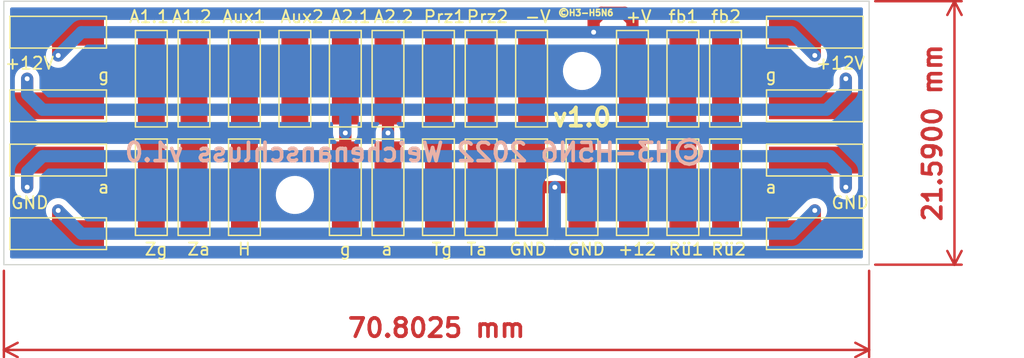
<source format=kicad_pcb>
(kicad_pcb (version 20221018) (generator pcbnew)
  (layers (0 "F.Cu" signal) (31 "B.Cu" signal) (34 "B.Paste" user) (35 "F.Paste" user) (36 "B.SilkS" user "B.Silkscreen") (37 "F.SilkS" user "F.Silkscreen") (38 "B.Mask" user) (39 "F.Mask" user) (44 "Edge.Cuts" user))
  (net 0 "")
  (net 1 "Net-(J1-Pad1)")
  (net 2 "Net-(J2-Pad1)")
  (net 3 "Net-(J23-Pad1)")
  (net 4 "Net-(J25-Pad1)")
  (net 5 "Net-(J26-Pad1)")
  (net 6 "Net-(J27-Pad1)")
  (net 7 "Net-(J28-Pad1)")
  (net 8 "GND")
  (net 9 "+12V")
  (net 10 "Net-(J12-Pad1)")
  (net 11 "Net-(J13-Pad1)")
  (footprint "Wago:Pad_7.5x2.2mm" (layer "F.Cu") (at 111.76 89.535 -90)
    (fp_text reference "J25" hide)
    (fp_text value "g" (at 5.08 0) (layer "F.SilkS"))
    (fp_line (start -3.95 -1.3) (end 3.95 -1.3) (stroke (width 0.12)) (layer "F.SilkS"))
    (fp_line (start -3.95 1.3) (end -3.95 -1.3) (stroke (width 0.12)) (layer "F.SilkS"))
    (fp_line (start 3.95 -1.3) (end 3.95 1.3) (stroke (width 0.12)) (layer "F.SilkS"))
    (fp_line (start 3.95 1.3) (end -3.95 1.3) (stroke (width 0.12)) (layer "F.SilkS"))
    (pad "1" smd rect (at 0 0 270) (size 7.5 2.2) (layers "F.Cu" "F.Mask") (net 4 "Net-(J25-Pad1)"))
  )
  (footprint "Wago:Pad_7.5x2.2mm" (layer "F.Cu") (at 150.1775 87.3125)
    (fp_text reference "J52" hide)
    (fp_text value "a" (at -4.1275 2.2225) (layer "F.SilkS") (effects (justify left)))
    (fp_line (start -3.95 -1.3) (end 3.95 -1.3) (stroke (width 0.12)) (layer "F.SilkS"))
    (fp_line (start -3.95 1.3) (end -3.95 -1.3) (stroke (width 0.12)) (layer "F.SilkS"))
    (fp_line (start 3.95 -1.3) (end 3.95 1.3) (stroke (width 0.12)) (layer "F.SilkS"))
    (fp_line (start 3.95 1.3) (end -3.95 1.3) (stroke (width 0.12)) (layer "F.SilkS"))
    (pad "1" smd rect (at 0 0) (size 7.5 2.2) (layers "F.Cu" "F.Mask") (net 5 "Net-(J26-Pad1)"))
  )
  (footprint "MountingHole:MountingHole_2.1mm" (layer "F.Cu") (at 107.6325 90.17)
    (fp_text reference "H1" hide)
    (fp_text value "MountingHole" hide)
    (pad "" np_thru_hole circle (at 0 0) (size 2.1 2.1) (drill 2.1) (layers "*.Cu" "*.Mask"))
  )
  (footprint "Wago:Pad_7.5x2.2mm" (layer "F.Cu") (at 88.265 87.3125 180)
    (fp_text reference "J42" hide)
    (fp_text value "a" (at -3.175 -2.2225 180) (layer "F.SilkS") (effects (justify left)))
    (fp_line (start -3.95 -1.3) (end 3.95 -1.3) (stroke (width 0.12)) (layer "F.SilkS"))
    (fp_line (start -3.95 1.3) (end -3.95 -1.3) (stroke (width 0.12)) (layer "F.SilkS"))
    (fp_line (start 3.95 -1.3) (end 3.95 1.3) (stroke (width 0.12)) (layer "F.SilkS"))
    (fp_line (start 3.95 1.3) (end -3.95 1.3) (stroke (width 0.12)) (layer "F.SilkS"))
    (pad "1" smd rect (at 0 0 180) (size 7.5 2.2) (layers "F.Cu" "F.Mask") (net 5 "Net-(J26-Pad1)"))
  )
  (footprint "Wago:Pad_7.5x2.2mm" (layer "F.Cu") (at 122.8725 80.645 90)
    (fp_text reference "J8" hide)
    (fp_text value "Prz2" (at 5.08 -1.27 180) (layer "F.SilkS") (effects (justify left)))
    (fp_line (start -3.95 -1.3) (end 3.95 -1.3) (stroke (width 0.12)) (layer "F.SilkS"))
    (fp_line (start -3.95 1.3) (end -3.95 -1.3) (stroke (width 0.12)) (layer "F.SilkS"))
    (fp_line (start 3.95 -1.3) (end 3.95 1.3) (stroke (width 0.12)) (layer "F.SilkS"))
    (fp_line (start 3.95 1.3) (end -3.95 1.3) (stroke (width 0.12)) (layer "F.SilkS"))
    (pad "1" smd rect (at 0 0 90) (size 7.5 2.2) (layers "F.Cu" "F.Mask") (net 7 "Net-(J28-Pad1)"))
  )
  (footprint "Wago:Pad_7.5x2.2mm" (layer "F.Cu") (at 127 89.535 -90)
    (fp_text reference "J29" hide)
    (fp_text value "GND" (at 5.08 1.905) (layer "F.SilkS") (effects (justify left)))
    (fp_line (start -3.95 -1.3) (end 3.95 -1.3) (stroke (width 0.12)) (layer "F.SilkS"))
    (fp_line (start -3.95 1.3) (end -3.95 -1.3) (stroke (width 0.12)) (layer "F.SilkS"))
    (fp_line (start 3.95 -1.3) (end 3.95 1.3) (stroke (width 0.12)) (layer "F.SilkS"))
    (fp_line (start 3.95 1.3) (end -3.95 1.3) (stroke (width 0.12)) (layer "F.SilkS"))
    (pad "1" smd rect (at 0 0 270) (size 7.5 2.2) (layers "F.Cu" "F.Mask") (net 8 "GND"))
  )
  (footprint "Wago:Pad_7.5x2.2mm" (layer "F.Cu") (at 150.1775 82.8675)
    (fp_text reference "J51" hide)
    (fp_text value "g" (at -4.1275 -2.54) (layer "F.SilkS") (effects (justify left)))
    (fp_line (start -3.95 -1.3) (end 3.95 -1.3) (stroke (width 0.12)) (layer "F.SilkS"))
    (fp_line (start -3.95 1.3) (end -3.95 -1.3) (stroke (width 0.12)) (layer "F.SilkS"))
    (fp_line (start 3.95 -1.3) (end 3.95 1.3) (stroke (width 0.12)) (layer "F.SilkS"))
    (fp_line (start 3.95 1.3) (end -3.95 1.3) (stroke (width 0.12)) (layer "F.SilkS"))
    (pad "1" smd rect (at 0 0) (size 7.5 2.2) (layers "F.Cu" "F.Mask") (net 4 "Net-(J25-Pad1)"))
  )
  (footprint "Wago:Pad_7.5x2.2mm" (layer "F.Cu") (at 99.3775 80.645 90)
    (fp_text reference "J2" hide)
    (fp_text value "A1.2" (at 5.08 -1.905) (layer "F.SilkS") (effects (justify left)))
    (fp_line (start -3.95 -1.3) (end 3.95 -1.3) (stroke (width 0.12)) (layer "F.SilkS"))
    (fp_line (start -3.95 1.3) (end -3.95 -1.3) (stroke (width 0.12)) (layer "F.SilkS"))
    (fp_line (start 3.95 -1.3) (end 3.95 1.3) (stroke (width 0.12)) (layer "F.SilkS"))
    (fp_line (start 3.95 1.3) (end -3.95 1.3) (stroke (width 0.12)) (layer "F.SilkS"))
    (pad "1" smd rect (at 0 0 90) (size 7.5 2.2) (layers "F.Cu" "F.Mask") (net 2 "Net-(J2-Pad1)"))
  )
  (footprint "Wago:Pad_7.5x2.2mm" (layer "F.Cu") (at 135.255 89.535 90)
    (fp_text reference "J31" hide)
    (fp_text value "+12" (at -5.08 -1.27 180) (layer "F.SilkS") (effects (justify left)))
    (fp_line (start -3.95 -1.3) (end 3.95 -1.3) (stroke (width 0.12)) (layer "F.SilkS"))
    (fp_line (start -3.95 1.3) (end -3.95 -1.3) (stroke (width 0.12)) (layer "F.SilkS"))
    (fp_line (start 3.95 -1.3) (end 3.95 1.3) (stroke (width 0.12)) (layer "F.SilkS"))
    (fp_line (start 3.95 1.3) (end -3.95 1.3) (stroke (width 0.12)) (layer "F.SilkS"))
    (pad "1" smd rect (at 0 0 90) (size 7.5 2.2) (layers "F.Cu" "F.Mask") (net 9 "+12V"))
  )
  (footprint "Wago:Pad_7.5x2.2mm" (layer "F.Cu") (at 119.38 80.645 90)
    (fp_text reference "J7" hide)
    (fp_text value "Prz1" (at 5.08 -1.3 180) (layer "F.SilkS") (effects (justify left)))
    (fp_line (start -3.95 -1.3) (end 3.95 -1.3) (stroke (width 0.12)) (layer "F.SilkS"))
    (fp_line (start -3.95 1.3) (end -3.95 -1.3) (stroke (width 0.12)) (layer "F.SilkS"))
    (fp_line (start 3.95 -1.3) (end 3.95 1.3) (stroke (width 0.12)) (layer "F.SilkS"))
    (fp_line (start 3.95 1.3) (end -3.95 1.3) (stroke (width 0.12)) (layer "F.SilkS"))
    (pad "1" smd rect (at 0 0 90) (size 7.5 2.2) (layers "F.Cu" "F.Mask") (net 6 "Net-(J27-Pad1)"))
  )
  (footprint "Wago:Pad_7.5x2.2mm" (layer "F.Cu") (at 122.8725 89.535 -90)
    (fp_text reference "J28" hide)
    (fp_text value "Ta" (at 5.08 1.27) (layer "F.SilkS") (effects (justify left)))
    (fp_line (start -3.95 -1.3) (end 3.95 -1.3) (stroke (width 0.12)) (layer "F.SilkS"))
    (fp_line (start -3.95 1.3) (end -3.95 -1.3) (stroke (width 0.12)) (layer "F.SilkS"))
    (fp_line (start 3.95 -1.3) (end 3.95 1.3) (stroke (width 0.12)) (layer "F.SilkS"))
    (fp_line (start 3.95 1.3) (end -3.95 1.3) (stroke (width 0.12)) (layer "F.SilkS"))
    (pad "1" smd rect (at 0 0 270) (size 7.5 2.2) (layers "F.Cu" "F.Mask") (net 7 "Net-(J28-Pad1)"))
  )
  (footprint "Wago:Pad_7.5x2.2mm" (layer "F.Cu") (at 115.2525 89.535 -90)
    (fp_text reference "J26" hide)
    (fp_text value "a" (at 5.08 0.635) (layer "F.SilkS") (effects (justify left)))
    (fp_line (start -3.95 -1.3) (end 3.95 -1.3) (stroke (width 0.12)) (layer "F.SilkS"))
    (fp_line (start -3.95 1.3) (end -3.95 -1.3) (stroke (width 0.12)) (layer "F.SilkS"))
    (fp_line (start 3.95 -1.3) (end 3.95 1.3) (stroke (width 0.12)) (layer "F.SilkS"))
    (fp_line (start 3.95 1.3) (end -3.95 1.3) (stroke (width 0.12)) (layer "F.SilkS"))
    (pad "1" smd rect (at 0 0 270) (size 7.5 2.2) (layers "F.Cu" "F.Mask") (net 5 "Net-(J26-Pad1)"))
  )
  (footprint "Wago:Pad_7.5x2.2mm" (layer "F.Cu") (at 150.1775 76.835 180)
    (fp_text reference "J53" hide)
    (fp_text value "+12V" (at 0 -2.54 180) (layer "F.SilkS") (effects (justify left)))
    (fp_line (start -3.95 -1.3) (end 3.95 -1.3) (stroke (width 0.12)) (layer "F.SilkS"))
    (fp_line (start -3.95 1.3) (end -3.95 -1.3) (stroke (width 0.12)) (layer "F.SilkS"))
    (fp_line (start 3.95 -1.3) (end 3.95 1.3) (stroke (width 0.12)) (layer "F.SilkS"))
    (fp_line (start 3.95 1.3) (end -3.95 1.3) (stroke (width 0.12)) (layer "F.SilkS"))
    (pad "1" smd rect (at 0 0 180) (size 7.5 2.2) (layers "F.Cu" "F.Mask") (net 9 "+12V"))
  )
  (footprint "Wago:Pad_7.5x2.2mm" (layer "F.Cu") (at 95.885 89.535 -90)
    (property "Reference" "J1001")
    (property "Value" "Conn_01x01")
    (fp_text reference "J21" hide)
    (fp_text value "Zg" (at 5.08 0.635) (layer "F.SilkS") (effects (justify left)))
    (fp_line (start -3.95 -1.3) (end 3.95 -1.3) (stroke (width 0.12)) (layer "F.SilkS"))
    (fp_line (start -3.95 1.3) (end -3.95 -1.3) (stroke (width 0.12)) (layer "F.SilkS"))
    (fp_line (start 3.95 -1.3) (end 3.95 1.3) (stroke (width 0.12)) (layer "F.SilkS"))
    (fp_line (start 3.95 1.3) (end -3.95 1.3) (stroke (width 0.12)) (layer "F.SilkS"))
    (pad "1" smd rect (at 0 0 270) (size 7.5 2.2) (layers "F.Cu" "F.Mask") (net 1 "Net-(J1-Pad1)"))
  )
  (footprint "Wago:Pad_7.5x2.2mm" (layer "F.Cu") (at 88.265 82.8675 180)
    (fp_text reference "J41" hide)
    (fp_text value "g" (at -3.175 2.54 180) (layer "F.SilkS") (effects (justify left)))
    (fp_line (start -3.95 -1.3) (end 3.95 -1.3) (stroke (width 0.12)) (layer "F.SilkS"))
    (fp_line (start -3.95 1.3) (end -3.95 -1.3) (stroke (width 0.12)) (layer "F.SilkS"))
    (fp_line (start 3.95 -1.3) (end 3.95 1.3) (stroke (width 0.12)) (layer "F.SilkS"))
    (fp_line (start 3.95 1.3) (end -3.95 1.3) (stroke (width 0.12)) (layer "F.SilkS"))
    (pad "1" smd rect (at 0 0 180) (size 7.5 2.2) (layers "F.Cu" "F.Mask") (net 4 "Net-(J25-Pad1)"))
  )
  (footprint "Wago:Pad_7.5x2.2mm" (layer "F.Cu") (at 107.6325 80.645 90)
    (fp_text reference "J4" hide)
    (fp_text value "Aux2" (at 5.08 -1.27 180) (layer "F.SilkS") (effects (justify left)))
    (fp_line (start -3.95 -1.3) (end 3.95 -1.3) (stroke (width 0.12)) (layer "F.SilkS"))
    (fp_line (start -3.95 1.3) (end -3.95 -1.3) (stroke (width 0.12)) (layer "F.SilkS"))
    (fp_line (start 3.95 -1.3) (end 3.95 1.3) (stroke (width 0.12)) (layer "F.SilkS"))
    (fp_line (start 3.95 1.3) (end -3.95 1.3) (stroke (width 0.12)) (layer "F.SilkS"))
    (pad "1" smd rect (at 0 0 90) (size 7.5 2.2) (layers "F.Cu" "F.Mask") (net 3 "Net-(J23-Pad1)"))
  )
  (footprint "Wago:Pad_7.5x2.2mm" (layer "F.Cu") (at 127 80.645 90)
    (fp_text reference "J9" hide)
    (fp_text value "-V" (at 5.08 -0.635 180) (layer "F.SilkS") (effects (justify left)))
    (fp_line (start -3.95 -1.3) (end 3.95 -1.3) (stroke (width 0.12)) (layer "F.SilkS"))
    (fp_line (start -3.95 1.3) (end -3.95 -1.3) (stroke (width 0.12)) (layer "F.SilkS"))
    (fp_line (start 3.95 -1.3) (end 3.95 1.3) (stroke (width 0.12)) (layer "F.SilkS"))
    (fp_line (start 3.95 1.3) (end -3.95 1.3) (stroke (width 0.12)) (layer "F.SilkS"))
    (pad "1" smd rect (at 0 0 90) (size 7.5 2.2) (layers "F.Cu" "F.Mask") (net 8 "GND"))
  )
  (footprint "Wago:Pad_7.5x2.2mm" (layer "F.Cu") (at 131.1275 89.535 -90)
    (fp_text reference "J30" hide)
    (fp_text value "GND" (at 5.08 1.27) (layer "F.SilkS") (effects (justify left)))
    (fp_line (start -3.95 -1.3) (end 3.95 -1.3) (stroke (width 0.12)) (layer "F.SilkS"))
    (fp_line (start -3.95 1.3) (end -3.95 -1.3) (stroke (width 0.12)) (layer "F.SilkS"))
    (fp_line (start 3.95 -1.3) (end 3.95 1.3) (stroke (width 0.12)) (layer "F.SilkS"))
    (fp_line (start 3.95 1.3) (end -3.95 1.3) (stroke (width 0.12)) (layer "F.SilkS"))
    (pad "1" smd rect (at 0 0 270) (size 7.5 2.2) (layers "F.Cu" "F.Mask") (net 8 "GND"))
  )
  (footprint "Wago:Pad_7.5x2.2mm" (layer "F.Cu") (at 88.265 93.345)
    (fp_text reference "J44" hide)
    (fp_text value "GND" (at -3.95 -2.54) (layer "F.SilkS") (effects (justify left)))
    (fp_line (start -3.95 -1.3) (end 3.95 -1.3) (stroke (width 0.12)) (layer "F.SilkS"))
    (fp_line (start -3.95 1.3) (end -3.95 -1.3) (stroke (width 0.12)) (layer "F.SilkS"))
    (fp_line (start 3.95 -1.3) (end 3.95 1.3) (stroke (width 0.12)) (layer "F.SilkS"))
    (fp_line (start 3.95 1.3) (end -3.95 1.3) (stroke (width 0.12)) (layer "F.SilkS"))
    (pad "1" smd rect (at 0 0) (size 7.5 2.2) (layers "F.Cu" "F.Mask") (net 8 "GND"))
  )
  (footprint "Wago:Pad_7.5x2.2mm" (layer "F.Cu") (at 103.505 80.645 90)
    (fp_text reference "J3" hide)
    (fp_text value "Aux1" (at 5.08 -1.905 180) (layer "F.SilkS") (effects (justify left)))
    (fp_line (start -3.95 -1.3) (end 3.95 -1.3) (stroke (width 0.12)) (layer "F.SilkS"))
    (fp_line (start -3.95 1.3) (end -3.95 -1.3) (stroke (width 0.12)) (layer "F.SilkS"))
    (fp_line (start 3.95 -1.3) (end 3.95 1.3) (stroke (width 0.12)) (layer "F.SilkS"))
    (fp_line (start 3.95 1.3) (end -3.95 1.3) (stroke (width 0.12)) (layer "F.SilkS"))
    (pad "1" smd rect (at 0 0 90) (size 7.5 2.2) (layers "F.Cu" "F.Mask") (net 3 "Net-(J23-Pad1)"))
  )
  (footprint "Wago:Pad_7.5x2.2mm" (layer "F.Cu") (at 135.255 80.645 90)
    (fp_text reference "J11" hide)
    (fp_text value "+V" (at 5.08 -0.635 180) (layer "F.SilkS") (effects (justify left)))
    (fp_line (start -3.95 -1.3) (end 3.95 -1.3) (stroke (width 0.12)) (layer "F.SilkS"))
    (fp_line (start -3.95 1.3) (end -3.95 -1.3) (stroke (width 0.12)) (layer "F.SilkS"))
    (fp_line (start 3.95 -1.3) (end 3.95 1.3) (stroke (width 0.12)) (layer "F.SilkS"))
    (fp_line (start 3.95 1.3) (end -3.95 1.3) (stroke (width 0.12)) (layer "F.SilkS"))
    (pad "1" smd rect (at 0 0 90) (size 7.5 2.2) (layers "F.Cu" "F.Mask") (net 9 "+12V"))
  )
  (footprint "Wago:Pad_7.5x2.2mm" (layer "F.Cu") (at 88.265 76.835)
    (fp_text reference "J43" hide)
    (fp_text value "+12V" (at -4.445 2.54) (layer "F.SilkS") (effects (justify left)))
    (fp_line (start -3.95 -1.3) (end 3.95 -1.3) (stroke (width 0.12)) (layer "F.SilkS"))
    (fp_line (start -3.95 1.3) (end -3.95 -1.3) (stroke (width 0.12)) (layer "F.SilkS"))
    (fp_line (start 3.95 -1.3) (end 3.95 1.3) (stroke (width 0.12)) (layer "F.SilkS"))
    (fp_line (start 3.95 1.3) (end -3.95 1.3) (stroke (width 0.12)) (layer "F.SilkS"))
    (pad "1" smd rect (at 0 0) (size 7.5 2.2) (layers "F.Cu" "F.Mask") (net 9 "+12V"))
  )
  (footprint "Wago:Pad_7.5x2.2mm" (layer "F.Cu") (at 150.1775 93.345)
    (fp_text reference "J54" hide)
    (fp_text value "GND" (at 1.27 -2.54) (layer "F.SilkS") (effects (justify left)))
    (fp_line (start -3.95 -1.3) (end 3.95 -1.3) (stroke (width 0.12)) (layer "F.SilkS"))
    (fp_line (start -3.95 1.3) (end -3.95 -1.3) (stroke (width 0.12)) (layer "F.SilkS"))
    (fp_line (start 3.95 -1.3) (end 3.95 1.3) (stroke (width 0.12)) (layer "F.SilkS"))
    (fp_line (start 3.95 1.3) (end -3.95 1.3) (stroke (width 0.12)) (layer "F.SilkS"))
    (pad "1" smd rect (at 0 0) (size 7.5 2.2) (layers "F.Cu" "F.Mask") (net 8 "GND"))
  )
  (footprint "Wago:Pad_7.5x2.2mm" (layer "F.Cu") (at 139.3825 89.535 90)
    (fp_text reference "J32" hide)
    (fp_text value "Rü1" (at -5.08 -1.27 180) (layer "F.SilkS") (effects (justify left)))
    (fp_line (start -3.95 -1.3) (end 3.95 -1.3) (stroke (width 0.12)) (layer "F.SilkS"))
    (fp_line (start -3.95 1.3) (end -3.95 -1.3) (stroke (width 0.12)) (layer "F.SilkS"))
    (fp_line (start 3.95 -1.3) (end 3.95 1.3) (stroke (width 0.12)) (layer "F.SilkS"))
    (fp_line (start 3.95 1.3) (end -3.95 1.3) (stroke (width 0.12)) (layer "F.SilkS"))
    (pad "1" smd rect (at 0 0 90) (size 7.5 2.2) (layers "F.Cu" "F.Mask") (net 10 "Net-(J12-Pad1)"))
  )
  (footprint "Wago:Pad_7.5x2.2mm" (layer "F.Cu") (at 95.885 80.645 90)
    (fp_text reference "J1" hide)
    (fp_text value "A1.1" (at 5.08 -1.905 180) (layer "F.SilkS") (effects (justify left)))
    (fp_line (start -3.95 -1.3) (end 3.95 -1.3) (stroke (width 0.12)) (layer "F.SilkS"))
    (fp_line (start -3.95 1.3) (end -3.95 -1.3) (stroke (width 0.12)) (layer "F.SilkS"))
    (fp_line (start 3.95 -1.3) (end 3.95 1.3) (stroke (width 0.12)) (layer "F.SilkS"))
    (fp_line (start 3.95 1.3) (end -3.95 1.3) (stroke (width 0.12)) (layer "F.SilkS"))
    (pad "1" smd rect (at 0 0 90) (size 7.5 2.2) (layers "F.Cu" "F.Mask") (net 1 "Net-(J1-Pad1)"))
  )
  (footprint "Wago:Pad_7.5x2.2mm" (layer "F.Cu") (at 139.3825 80.645 90)
    (fp_text reference "J12" hide)
    (fp_text value "fb1" (at 5.08 -1.27 180) (layer "F.SilkS") (effects (justify left)))
    (fp_line (start -3.95 -1.3) (end 3.95 -1.3) (stroke (width 0.12)) (layer "F.SilkS"))
    (fp_line (start -3.95 1.3) (end -3.95 -1.3) (stroke (width 0.12)) (layer "F.SilkS"))
    (fp_line (start 3.95 -1.3) (end 3.95 1.3) (stroke (width 0.12)) (layer "F.SilkS"))
    (fp_line (start 3.95 1.3) (end -3.95 1.3) (stroke (width 0.12)) (layer "F.SilkS"))
    (pad "1" smd rect (at 0 0 90) (size 7.5 2.2) (layers "F.Cu" "F.Mask") (net 10 "Net-(J12-Pad1)"))
  )
  (footprint "Wago:Pad_7.5x2.2mm" (layer "F.Cu") (at 115.2525 80.645 90)
    (fp_text reference "J6" hide)
    (fp_text value "A2.2" (at 5.08 -1.27 180) (layer "F.SilkS") (effects (justify left)))
    (fp_line (start -3.95 -1.3) (end 3.95 -1.3) (stroke (width 0.12)) (layer "F.SilkS"))
    (fp_line (start -3.95 1.3) (end -3.95 -1.3) (stroke (width 0.12)) (layer "F.SilkS"))
    (fp_line (start 3.95 -1.3) (end 3.95 1.3) (stroke (width 0.12)) (layer "F.SilkS"))
    (fp_line (start 3.95 1.3) (end -3.95 1.3) (stroke (width 0.12)) (layer "F.SilkS"))
    (pad "1" smd rect (at 0 0 90) (size 7.5 2.2) (layers "F.Cu" "F.Mask") (net 5 "Net-(J26-Pad1)"))
  )
  (footprint "Wago:Pad_7.5x2.2mm" (layer "F.Cu") (at 103.505 89.535 -90)
    (fp_text reference "J23" hide)
    (fp_text value "H" (at 5.08 0.635) (layer "F.SilkS") (effects (justify left)))
    (fp_line (start -3.95 -1.3) (end 3.95 -1.3) (stroke (width 0.12)) (layer "F.SilkS"))
    (fp_line (start -3.95 1.3) (end -3.95 -1.3) (stroke (width 0.12)) (layer "F.SilkS"))
    (fp_line (start 3.95 -1.3) (end 3.95 1.3) (stroke (width 0.12)) (layer "F.SilkS"))
    (fp_line (start 3.95 1.3) (end -3.95 1.3) (stroke (width 0.12)) (layer "F.SilkS"))
    (pad "1" smd rect (at 0 0 270) (size 7.5 2.2) (layers "F.Cu" "F.Mask") (net 3 "Net-(J23-Pad1)"))
  )
  (footprint "Wago:Pad_7.5x2.2mm" (layer "F.Cu") (at 142.875 89.535 90)
    (fp_text reference "J33" hide)
    (fp_text value "Rü2" (at -5.08 -1.27 180) (layer "F.SilkS") (effects (justify left)))
    (fp_line (start -3.95 -1.3) (end 3.95 -1.3) (stroke (width 0.12)) (layer "F.SilkS"))
    (fp_line (start -3.95 1.3) (end -3.95 -1.3) (stroke (width 0.12)) (layer "F.SilkS"))
    (fp_line (start 3.95 -1.3) (end 3.95 1.3) (stroke (width 0.12)) (layer "F.SilkS"))
    (fp_line (start 3.95 1.3) (end -3.95 1.3) (stroke (width 0.12)) (layer "F.SilkS"))
    (pad "1" smd rect (at 0 0 90) (size 7.5 2.2) (layers "F.Cu" "F.Mask") (net 11 "Net-(J13-Pad1)"))
  )
  (footprint "Wago:Pad_7.5x2.2mm" (layer "F.Cu") (at 111.76 80.645 90)
    (fp_text reference "J5" hide)
    (fp_text value "A2.1" (at 5.08 -1.27 180) (layer "F.SilkS") (effects (justify left)))
    (fp_line (start -3.95 -1.3) (end 3.95 -1.3) (stroke (width 0.12)) (layer "F.SilkS"))
    (fp_line (start -3.95 1.3) (end -3.95 -1.3) (stroke (width 0.12)) (layer "F.SilkS"))
    (fp_line (start 3.95 -1.3) (end 3.95 1.3) (stroke (width 0.12)) (layer "F.SilkS"))
    (fp_line (start 3.95 1.3) (end -3.95 1.3) (stroke (width 0.12)) (layer "F.SilkS"))
    (pad "1" smd rect (at 0 0 90) (size 7.5 2.2) (layers "F.Cu" "F.Mask") (net 4 "Net-(J25-Pad1)"))
  )
  (footprint "Wago:Pad_7.5x2.2mm" (layer "F.Cu") (at 119.38 89.535 -90)
    (fp_text reference "J27" hide)
    (fp_text value "Tg" (at 5.08 0.635) (layer "F.SilkS") (effects (justify left)))
    (fp_line (start -3.95 -1.3) (end 3.95 -1.3) (stroke (width 0.12)) (layer "F.SilkS"))
    (fp_line (start -3.95 1.3) (end -3.95 -1.3) (stroke (width 0.12)) (layer "F.SilkS"))
    (fp_line (start 3.95 -1.3) (end 3.95 1.3) (stroke (width 0.12)) (layer "F.SilkS"))
    (fp_line (start 3.95 1.3) (end -3.95 1.3) (stroke (width 0.12)) (layer "F.SilkS"))
    (pad "1" smd rect (at 0 0 270) (size 7.5 2.2) (layers "F.Cu" "F.Mask") (net 6 "Net-(J27-Pad1)"))
  )
  (footprint "Wago:Pad_7.5x2.2mm" (layer "F.Cu") (at 99.3775 89.535 -90)
    (fp_text reference "J22" hide)
    (fp_text value "Za" (at 5.08 0.635) (layer "F.SilkS") (effects (justify left)))
    (fp_line (start -3.95 -1.3) (end 3.95 -1.3) (stroke (width 0.12)) (layer "F.SilkS"))
    (fp_line (start -3.95 1.3) (end -3.95 -1.3) (stroke (width 0.12)) (layer "F.SilkS"))
    (fp_line (start 3.95 -1.3) (end 3.95 1.3) (stroke (width 0.12)) (layer "F.SilkS"))
    (fp_line (start 3.95 1.3) (end -3.95 1.3) (stroke (width 0.12)) (layer "F.SilkS"))
    (pad "1" smd rect (at 0 0 270) (size 7.5 2.2) (layers "F.Cu" "F.Mask") (net 2 "Net-(J2-Pad1)"))
  )
  (footprint "Wago:Pad_7.5x2.2mm" (layer "F.Cu") (at 142.875 80.645 90)
    (fp_text reference "J13" hide)
    (fp_text value "fb2" (at 5.08 -1.27 180) (layer "F.SilkS") (effects (justify left)))
    (fp_line (start -3.95 -1.3) (end 3.95 -1.3) (stroke (width 0.12)) (layer "F.SilkS"))
    (fp_line (start -3.95 1.3) (end -3.95 -1.3) (stroke (width 0.12)) (layer "F.SilkS"))
    (fp_line (start 3.95 -1.3) (end 3.95 1.3) (stroke (width 0.12)) (layer "F.SilkS"))
    (fp_line (start 3.95 1.3) (end -3.95 1.3) (stroke (width 0.12)) (layer "F.SilkS"))
    (pad "1" smd rect (at 0 0 90) (size 7.5 2.2) (layers "F.Cu" "F.Mask") (net 11 "Net-(J13-Pad1)"))
  )
  (footprint "MountingHole:MountingHole_2.1mm" (layer "F.Cu") (at 131.1275 80.01)
    (property "Reference" "H3")
    (property "Value" "MountingHole")
    (fp_text reference "H3" hide)
    (fp_text value "MountingHole" hide)
    (pad "" np_thru_hole circle (at 0 0) (size 2.1 2.1) (drill 2.1) (layers "*.Cu" "*.Mask"))
  )
  (gr_line (start 154.6225 74.295) (end 154.6225 95.885) (stroke (width 0.1)) (layer "Edge.Cuts"))
  (gr_line (start 154.6225 95.885) (end 83.82 95.885) (stroke (width 0.1)) (layer "Edge.Cuts"))
  (gr_line (start 83.82 95.885) (end 83.82 74.295) (stroke (width 0.1)) (layer "Edge.Cuts"))
  (gr_line (start 83.82 74.295) (end 154.6225 74.295) (stroke (width 0.1)) (layer "Edge.Cuts"))
  (gr_text "©H3-H5N6 2022 Weichenanschluss v1.0\n" (at 117.475 86.6775) (layer "B.SilkS") (effects (font (size 1.5 1.5) (thickness 0.3)) (justify mirror)))
  (gr_text "v1.0" (at 131.1275 83.82) (layer "F.SilkS") (effects (font (size 1.5 1.5) (thickness 0.3))))
  (gr_text "©H3-H5N6" (at 131.445 75.2475) (layer "F.SilkS") (effects (font (size 0.5 0.5) (thickness 0.125))))
  (dimension (type aligned) (layer "F.Cu") (pts (xy 83.82 95.885) (xy 154.6225 95.885)) (height 6.985) (gr_text "70,8025 mm" (at 119.22125 101.07) (layer "F.Cu") (effects (font (size 1.5 1.5) (thickness 0.3)))) (format (prefix "") (suffix "") (units 3) (units_format 1) (precision 4)) (style (thickness 0.2) (arrow_length 1.27) (text_position_mode 0) (extension_height 0.58642) (extension_offset 0.5) keep_text_aligned))
  (dimension (type aligned) (layer "F.Cu") (pts (xy 154.6225 74.295) (xy 154.6225 95.885)) (height -6.985) (gr_text "21,5900 mm" (at 159.8075 85.09 90) (layer "F.Cu") (effects (font (size 1.5 1.5) (thickness 0.3)))) (format (prefix "") (suffix "") (units 3) (units_format 1) (precision 4)) (style (thickness 0.2) (arrow_length 1.27) (text_position_mode 0) (extension_height 0.58642) (extension_offset 0.5) keep_text_aligned))
  (segment (start 95.885 80.645) (end 95.885 88.9) (width 1) (layer "F.Cu") (net 1))
  (segment (start 99.3775 80.645) (end 99.3775 89.535) (width 1) (layer "F.Cu") (net 2))
  (segment (start 103.505 89.535) (end 103.505 80.645) (width 1) (layer "F.Cu") (net 3))
  (segment (start 103.505 80.645) (end 107.6325 80.645) (width 1) (layer "F.Cu") (net 3))
  (segment (start 152.7175 82.8675) (end 152.7175 80.645) (width 1) (layer "F.Cu") (net 4))
  (segment (start 111.76 89.535) (end 111.76 80.645) (width 1) (layer "F.Cu") (net 4))
  (segment (start 85.725 82.8675) (end 85.725 80.645) (width 1) (layer "F.Cu") (net 4))
  (segment (start 150.1775 82.8675) (end 152.7175 82.8675) (width 1) (layer "F.Cu") (net 4))
  (segment (start 88.265 82.8675) (end 85.725 82.8675) (width 1) (layer "F.Cu") (net 4))
  (via (at 85.725 80.645) (size 0.8) (drill 0.4) (layers "F.Cu" "B.Cu") (net 4))
  (via (at 152.7175 80.645) (size 0.8) (drill 0.4) (layers "F.Cu" "B.Cu") (net 4))
  (via (at 111.76 85.09) (size 0.8) (drill 0.4) (layers "F.Cu" "B.Cu") (net 4))
  (segment (start 151.129999 83.185001) (end 152.7175 81.5975) (width 1) (layer "B.Cu") (net 4))
  (segment (start 85.725 81.915) (end 86.995001 83.185001) (width 1) (layer "B.Cu") (net 4))
  (segment (start 152.7175 81.5975) (end 152.7175 80.645) (width 1) (layer "B.Cu") (net 4))
  (segment (start 85.725 80.645) (end 85.725 81.915) (width 1) (layer "B.Cu") (net 4))
  (segment (start 111.76 83.185) (end 111.76 85.09) (width 1) (layer "B.Cu") (net 4))
  (segment (start 86.995001 83.185001) (end 151.129999 83.185001) (width 1) (layer "B.Cu") (net 4))
  (segment (start 150.1775 87.3125) (end 151.765 87.3125) (width 1) (layer "F.Cu") (net 5))
  (segment (start 152.7175 88.265) (end 152.7175 89.535) (width 1) (layer "F.Cu") (net 5))
  (segment (start 115.2525 80.645) (end 115.2525 89.535) (width 1) (layer "F.Cu") (net 5))
  (segment (start 151.765 87.3125) (end 152.7175 88.265) (width 1) (layer "F.Cu") (net 5))
  (segment (start 85.725 89.535) (end 85.725 87.3125) (width 1) (layer "F.Cu") (net 5))
  (segment (start 85.725 87.3125) (end 88.265 87.3125) (width 1) (layer "F.Cu") (net 5))
  (via (at 85.725 89.535) (size 0.8) (drill 0.4) (layers "F.Cu" "B.Cu") (net 5))
  (via (at 115.2525 85.09) (size 0.8) (drill 0.4) (layers "F.Cu" "B.Cu") (net 5))
  (via (at 152.7175 89.535) (size 0.8) (drill 0.4) (layers "F.Cu" "B.Cu") (net 5))
  (segment (start 85.725 89.535) (end 85.725 88.265) (width 1) (layer "B.Cu") (net 5))
  (segment (start 151.4475 86.995) (end 152.7175 88.265) (width 1) (layer "B.Cu") (net 5))
  (segment (start 85.725 88.265) (end 86.995 86.995) (width 1) (layer "B.Cu") (net 5))
  (segment (start 115.2525 86.995) (end 115.2525 85.09) (width 1) (layer "B.Cu") (net 5))
  (segment (start 152.7175 88.265) (end 152.7175 89.535) (width 1) (layer "B.Cu") (net 5))
  (segment (start 86.995 86.995) (end 151.4475 86.995) (width 1) (layer "B.Cu") (net 5))
  (segment (start 119.38 80.645) (end 119.38 89.535) (width 1) (layer "F.Cu") (net 6))
  (segment (start 122.8725 80.645) (end 122.8725 89.535) (width 1) (layer "F.Cu") (net 7))
  (segment (start 127 80.645) (end 127 89.535) (width 1) (layer "F.Cu") (net 8))
  (segment (start 127 89.535) (end 131.1275 89.535) (width 1) (layer "F.Cu") (net 8))
  (segment (start 150.1775 93.345) (end 150.1775 91.440002) (width 1) (layer "F.Cu") (net 8))
  (segment (start 88.265 93.345) (end 88.265 91.44) (width 1) (layer "F.Cu") (net 8))
  (segment (start 150.1775 91.440002) (end 150.177498 91.44) (width 1) (layer "F.Cu") (net 8))
  (via (at 128.905 89.535) (size 0.8) (drill 0.4) (layers "F.Cu" "B.Cu") (net 8))
  (via (at 150.177498 91.44) (size 0.8) (drill 0.4) (layers "F.Cu" "B.Cu") (net 8))
  (via (at 88.265 91.44) (size 0.8) (drill 0.4) (layers "F.Cu" "B.Cu") (net 8))
  (segment (start 90.17 93.345) (end 88.265 91.44) (width 1) (layer "B.Cu") (net 8))
  (segment (start 132.08 93.345) (end 90.17 93.345) (width 1) (layer "B.Cu") (net 8))
  (segment (start 148.272498 93.345) (end 150.177498 91.44) (width 1) (layer "B.Cu") (net 8))
  (segment (start 132.08 93.345) (end 148.272498 93.345) (width 1) (layer "B.Cu") (net 8))
  (segment (start 128.905 93.345) (end 128.905 89.535) (width 1) (layer "B.Cu") (net 8))
  (segment (start 132.08 93.345) (end 128.905 93.345) (width 1) (layer "B.Cu") (net 8))
  (segment (start 132.715 75.2475) (end 132.08 75.8825) (width 1) (layer "F.Cu") (net 9))
  (segment (start 135.255 80.645) (end 135.255 75.8825) (width 1) (layer "F.Cu") (net 9))
  (segment (start 134.62 75.2475) (end 132.715 75.2475) (width 1) (layer "F.Cu") (net 9))
  (segment (start 150.1775 76.835) (end 150.1775 78.74) (width 1) (layer "F.Cu") (net 9))
  (segment (start 135.255 80.645) (end 135.255 89.535) (width 1) (layer "F.Cu") (net 9))
  (segment (start 135.255 75.8825) (end 134.62 75.2475) (width 1) (layer "F.Cu") (net 9))
  (segment (start 88.265 76.835) (end 88.265 78.74) (width 1) (layer "F.Cu") (net 9))
  (segment (start 132.08 75.8825) (end 132.08 76.835) (width 1) (layer "F.Cu") (net 9))
  (via (at 88.265 78.74) (size 0.8) (drill 0.4) (layers "F.Cu" "B.Cu") (net 9))
  (via (at 132.08 76.835) (size 0.8) (drill 0.4) (layers "F.Cu" "B.Cu") (net 9))
  (via (at 150.1775 78.74) (size 0.8) (drill 0.4) (layers "F.Cu" "B.Cu") (net 9))
  (segment (start 90.17 76.835) (end 88.265 78.74) (width 1) (layer "B.Cu") (net 9))
  (segment (start 148.2725 76.835) (end 150.1775 78.74) (width 1) (layer "B.Cu") (net 9))
  (segment (start 134.62 76.835) (end 148.2725 76.835) (width 1) (layer "B.Cu") (net 9))
  (segment (start 134.62 76.835) (end 132.08 76.835) (width 1) (layer "B.Cu") (net 9))
  (segment (start 134.62 76.835) (end 90.17 76.835) (width 1) (layer "B.Cu") (net 9))
  (segment (start 139.3825 80.645) (end 139.3825 89.535) (width 1) (layer "F.Cu") (net 10))
  (segment (start 142.875 80.645) (end 142.875 89.535) (width 1) (layer "F.Cu") (net 11))
  (zone (net 0) (net_name "") (layer "B.Cu") (connect_pads (clearance 0.508)) (min_thickness 0.254) (fill yes (thermal_gap 0.508) (thermal_bridge_width 0.508))
    (polygon (pts (xy 154.6225 95.885) (xy 83.5025 95.885) (xy 83.82 74.295) (xy 154.6225 74.295)))
  )
)
</source>
